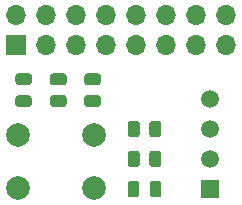
<source format=gts>
%TF.GenerationSoftware,KiCad,Pcbnew,(5.1.8)-1*%
%TF.CreationDate,2020-12-07T12:25:25-05:00*%
%TF.ProjectId,Raspberry Pi HAT,52617370-6265-4727-9279-205069204841,1.0*%
%TF.SameCoordinates,Original*%
%TF.FileFunction,Soldermask,Top*%
%TF.FilePolarity,Negative*%
%FSLAX46Y46*%
G04 Gerber Fmt 4.6, Leading zero omitted, Abs format (unit mm)*
G04 Created by KiCad (PCBNEW (5.1.8)-1) date 2020-12-07 12:25:25*
%MOMM*%
%LPD*%
G01*
G04 APERTURE LIST*
%ADD10C,2.000000*%
%ADD11R,1.500000X1.500000*%
%ADD12C,1.500000*%
%ADD13R,1.700000X1.700000*%
%ADD14O,1.700000X1.700000*%
G04 APERTURE END LIST*
%TO.C,D1*%
G36*
G01*
X121843500Y-109676250D02*
X121843500Y-108763750D01*
G75*
G02*
X122087250Y-108520000I243750J0D01*
G01*
X122574750Y-108520000D01*
G75*
G02*
X122818500Y-108763750I0J-243750D01*
G01*
X122818500Y-109676250D01*
G75*
G02*
X122574750Y-109920000I-243750J0D01*
G01*
X122087250Y-109920000D01*
G75*
G02*
X121843500Y-109676250I0J243750D01*
G01*
G37*
G36*
G01*
X123718500Y-109676250D02*
X123718500Y-108763750D01*
G75*
G02*
X123962250Y-108520000I243750J0D01*
G01*
X124449750Y-108520000D01*
G75*
G02*
X124693500Y-108763750I0J-243750D01*
G01*
X124693500Y-109676250D01*
G75*
G02*
X124449750Y-109920000I-243750J0D01*
G01*
X123962250Y-109920000D01*
G75*
G02*
X123718500Y-109676250I0J243750D01*
G01*
G37*
%TD*%
%TO.C,D2*%
G36*
G01*
X113486250Y-100388000D02*
X112573750Y-100388000D01*
G75*
G02*
X112330000Y-100144250I0J243750D01*
G01*
X112330000Y-99656750D01*
G75*
G02*
X112573750Y-99413000I243750J0D01*
G01*
X113486250Y-99413000D01*
G75*
G02*
X113730000Y-99656750I0J-243750D01*
G01*
X113730000Y-100144250D01*
G75*
G02*
X113486250Y-100388000I-243750J0D01*
G01*
G37*
G36*
G01*
X113486250Y-102263000D02*
X112573750Y-102263000D01*
G75*
G02*
X112330000Y-102019250I0J243750D01*
G01*
X112330000Y-101531750D01*
G75*
G02*
X112573750Y-101288000I243750J0D01*
G01*
X113486250Y-101288000D01*
G75*
G02*
X113730000Y-101531750I0J-243750D01*
G01*
X113730000Y-102019250D01*
G75*
G02*
X113486250Y-102263000I-243750J0D01*
G01*
G37*
%TD*%
%TO.C,R1*%
G36*
G01*
X121843500Y-104590001D02*
X121843500Y-103689999D01*
G75*
G02*
X122093499Y-103440000I249999J0D01*
G01*
X122618501Y-103440000D01*
G75*
G02*
X122868500Y-103689999I0J-249999D01*
G01*
X122868500Y-104590001D01*
G75*
G02*
X122618501Y-104840000I-249999J0D01*
G01*
X122093499Y-104840000D01*
G75*
G02*
X121843500Y-104590001I0J249999D01*
G01*
G37*
G36*
G01*
X123668500Y-104590001D02*
X123668500Y-103689999D01*
G75*
G02*
X123918499Y-103440000I249999J0D01*
G01*
X124443501Y-103440000D01*
G75*
G02*
X124693500Y-103689999I0J-249999D01*
G01*
X124693500Y-104590001D01*
G75*
G02*
X124443501Y-104840000I-249999J0D01*
G01*
X123918499Y-104840000D01*
G75*
G02*
X123668500Y-104590001I0J249999D01*
G01*
G37*
%TD*%
%TO.C,R2*%
G36*
G01*
X119322001Y-102263000D02*
X118421999Y-102263000D01*
G75*
G02*
X118172000Y-102013001I0J249999D01*
G01*
X118172000Y-101487999D01*
G75*
G02*
X118421999Y-101238000I249999J0D01*
G01*
X119322001Y-101238000D01*
G75*
G02*
X119572000Y-101487999I0J-249999D01*
G01*
X119572000Y-102013001D01*
G75*
G02*
X119322001Y-102263000I-249999J0D01*
G01*
G37*
G36*
G01*
X119322001Y-100438000D02*
X118421999Y-100438000D01*
G75*
G02*
X118172000Y-100188001I0J249999D01*
G01*
X118172000Y-99662999D01*
G75*
G02*
X118421999Y-99413000I249999J0D01*
G01*
X119322001Y-99413000D01*
G75*
G02*
X119572000Y-99662999I0J-249999D01*
G01*
X119572000Y-100188001D01*
G75*
G02*
X119322001Y-100438000I-249999J0D01*
G01*
G37*
%TD*%
%TO.C,R3*%
G36*
G01*
X123668500Y-107107501D02*
X123668500Y-106207499D01*
G75*
G02*
X123918499Y-105957500I249999J0D01*
G01*
X124443501Y-105957500D01*
G75*
G02*
X124693500Y-106207499I0J-249999D01*
G01*
X124693500Y-107107501D01*
G75*
G02*
X124443501Y-107357500I-249999J0D01*
G01*
X123918499Y-107357500D01*
G75*
G02*
X123668500Y-107107501I0J249999D01*
G01*
G37*
G36*
G01*
X121843500Y-107107501D02*
X121843500Y-106207499D01*
G75*
G02*
X122093499Y-105957500I249999J0D01*
G01*
X122618501Y-105957500D01*
G75*
G02*
X122868500Y-106207499I0J-249999D01*
G01*
X122868500Y-107107501D01*
G75*
G02*
X122618501Y-107357500I-249999J0D01*
G01*
X122093499Y-107357500D01*
G75*
G02*
X121843500Y-107107501I0J249999D01*
G01*
G37*
%TD*%
%TO.C,R4*%
G36*
G01*
X116423501Y-100438000D02*
X115523499Y-100438000D01*
G75*
G02*
X115273500Y-100188001I0J249999D01*
G01*
X115273500Y-99662999D01*
G75*
G02*
X115523499Y-99413000I249999J0D01*
G01*
X116423501Y-99413000D01*
G75*
G02*
X116673500Y-99662999I0J-249999D01*
G01*
X116673500Y-100188001D01*
G75*
G02*
X116423501Y-100438000I-249999J0D01*
G01*
G37*
G36*
G01*
X116423501Y-102263000D02*
X115523499Y-102263000D01*
G75*
G02*
X115273500Y-102013001I0J249999D01*
G01*
X115273500Y-101487999D01*
G75*
G02*
X115523499Y-101238000I249999J0D01*
G01*
X116423501Y-101238000D01*
G75*
G02*
X116673500Y-101487999I0J-249999D01*
G01*
X116673500Y-102013001D01*
G75*
G02*
X116423501Y-102263000I-249999J0D01*
G01*
G37*
%TD*%
D10*
%TO.C,SW1*%
X112522000Y-109148000D03*
X112522000Y-104648000D03*
X119022000Y-109148000D03*
X119022000Y-104648000D03*
%TD*%
D11*
%TO.C,U1*%
X128778000Y-109220000D03*
D12*
X128778000Y-106680000D03*
X128778000Y-104140000D03*
X128778000Y-101600000D03*
%TD*%
D13*
%TO.C,J1*%
X112395000Y-97028000D03*
D14*
X112395000Y-94488000D03*
X114935000Y-97028000D03*
X114935000Y-94488000D03*
X117475000Y-97028000D03*
X117475000Y-94488000D03*
X120015000Y-97028000D03*
X120015000Y-94488000D03*
X122555000Y-97028000D03*
X122555000Y-94488000D03*
X125095000Y-97028000D03*
X125095000Y-94488000D03*
X127635000Y-97028000D03*
X127635000Y-94488000D03*
X130175000Y-97028000D03*
X130175000Y-94488000D03*
%TD*%
M02*

</source>
